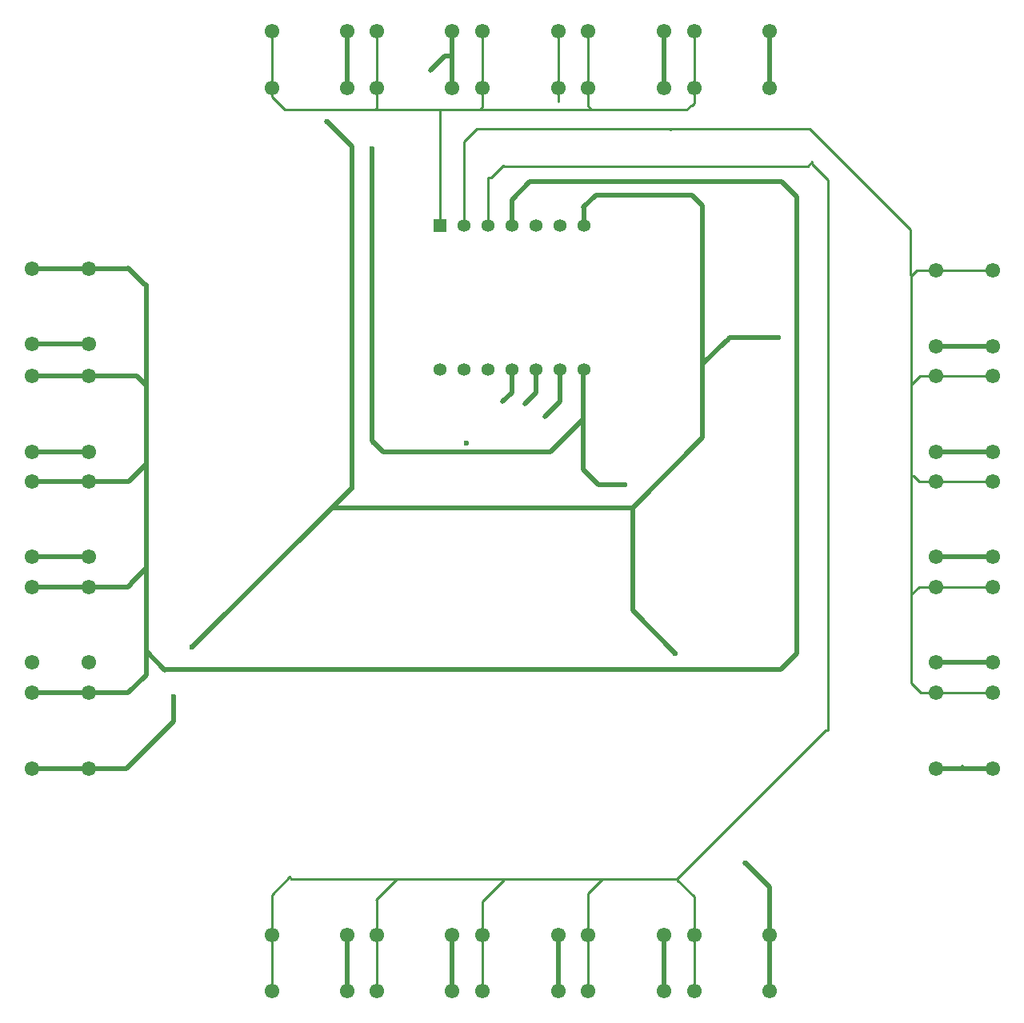
<source format=gbr>
%TF.GenerationSoftware,KiCad,Pcbnew,8.0.8*%
%TF.CreationDate,2025-05-19T18:04:48-07:00*%
%TF.ProjectId,ddi,6464692e-6b69-4636-9164-5f7063625858,rev?*%
%TF.SameCoordinates,Original*%
%TF.FileFunction,Copper,L1,Top*%
%TF.FilePolarity,Positive*%
%FSLAX46Y46*%
G04 Gerber Fmt 4.6, Leading zero omitted, Abs format (unit mm)*
G04 Created by KiCad (PCBNEW 8.0.8) date 2025-05-19 18:04:48*
%MOMM*%
%LPD*%
G01*
G04 APERTURE LIST*
%TA.AperFunction,ComponentPad*%
%ADD10C,1.549400*%
%TD*%
%TA.AperFunction,ComponentPad*%
%ADD11R,1.358000X1.358000*%
%TD*%
%TA.AperFunction,ComponentPad*%
%ADD12C,1.358000*%
%TD*%
%TA.AperFunction,ViaPad*%
%ADD13C,0.600000*%
%TD*%
%TA.AperFunction,Conductor*%
%ADD14C,0.500000*%
%TD*%
%TA.AperFunction,Conductor*%
%ADD15C,0.250000*%
%TD*%
G04 APERTURE END LIST*
D10*
%TO.P,SW17,1,a*%
%TO.N,/B1*%
X171300000Y-62699997D03*
%TO.P,SW17,2,b*%
X171300000Y-68700000D03*
%TO.P,SW17,3,c*%
%TO.N,/X5*%
X179299999Y-62699997D03*
%TO.P,SW17,4,d*%
X179299999Y-68700000D03*
%TD*%
%TO.P,SW1,1,a*%
%TO.N,/B1*%
X126600000Y-62699997D03*
%TO.P,SW1,2,b*%
X126600000Y-68700000D03*
%TO.P,SW1,3,c*%
%TO.N,/X1*%
X134599999Y-62699997D03*
%TO.P,SW1,4,d*%
X134599999Y-68700000D03*
%TD*%
%TO.P,SW11,1,a*%
%TO.N,/B2*%
X202900003Y-110300000D03*
%TO.P,SW11,2,b*%
X196900000Y-110300000D03*
%TO.P,SW11,3,c*%
%TO.N,/X3*%
X202900003Y-118299999D03*
%TO.P,SW11,4,d*%
X196900000Y-118299999D03*
%TD*%
%TO.P,SW15,1,a*%
%TO.N,/X4*%
X101199997Y-107199999D03*
%TO.P,SW15,2,b*%
X107200000Y-107199999D03*
%TO.P,SW15,3,c*%
%TO.N,/B4*%
X101199997Y-99200000D03*
%TO.P,SW15,4,d*%
X107200000Y-99200000D03*
%TD*%
%TO.P,SW8,1,a*%
%TO.N,/X2*%
X168099999Y-164300003D03*
%TO.P,SW8,2,b*%
X168099999Y-158300000D03*
%TO.P,SW8,3,c*%
%TO.N,/B3*%
X160100000Y-164300003D03*
%TO.P,SW8,4,d*%
X160100000Y-158300000D03*
%TD*%
%TO.P,SW12,1,a*%
%TO.N,/X3*%
X156899999Y-164300003D03*
%TO.P,SW12,2,b*%
X156899999Y-158300000D03*
%TO.P,SW12,3,c*%
%TO.N,/B3*%
X148900000Y-164300003D03*
%TO.P,SW12,4,d*%
X148900000Y-158300000D03*
%TD*%
%TO.P,SW14,1,a*%
%TO.N,/B2*%
X202900003Y-121500000D03*
%TO.P,SW14,2,b*%
X196900000Y-121500000D03*
%TO.P,SW14,3,c*%
%TO.N,/X4*%
X202900003Y-129499999D03*
%TO.P,SW14,4,d*%
X196900000Y-129499999D03*
%TD*%
%TO.P,SW10,1,a*%
%TO.N,/B1*%
X148900000Y-62699997D03*
%TO.P,SW10,2,b*%
X148900000Y-68700000D03*
%TO.P,SW10,3,c*%
%TO.N,/X3*%
X156899999Y-62699997D03*
%TO.P,SW10,4,d*%
X156899999Y-68700000D03*
%TD*%
%TO.P,SW6,1,a*%
%TO.N,/B2*%
X202900003Y-99200000D03*
%TO.P,SW6,2,b*%
X196900000Y-99200000D03*
%TO.P,SW6,3,c*%
%TO.N,/X2*%
X202900003Y-107199999D03*
%TO.P,SW6,4,d*%
X196900000Y-107199999D03*
%TD*%
%TO.P,SW5,1,a*%
%TO.N,/B1*%
X137700000Y-62699997D03*
%TO.P,SW5,2,b*%
X137700000Y-68700000D03*
%TO.P,SW5,3,c*%
%TO.N,/X2*%
X145699999Y-62699997D03*
%TO.P,SW5,4,d*%
X145699999Y-68700000D03*
%TD*%
%TO.P,SW2,1,a*%
%TO.N,/B2*%
X202900003Y-88000000D03*
%TO.P,SW2,2,b*%
X196900000Y-88000000D03*
%TO.P,SW2,3,c*%
%TO.N,/X1*%
X202900003Y-95999999D03*
%TO.P,SW2,4,d*%
X196900000Y-95999999D03*
%TD*%
%TO.P,SW9,1,a*%
%TO.N,/X3*%
X101199997Y-118300000D03*
%TO.P,SW9,2,b*%
X107200000Y-118300000D03*
%TO.P,SW9,3,c*%
%TO.N,/B4*%
X101199997Y-110300001D03*
%TO.P,SW9,4,d*%
X107200000Y-110300001D03*
%TD*%
%TO.P,SW16,1,a*%
%TO.N,/X4*%
X145699999Y-164300003D03*
%TO.P,SW16,2,b*%
X145699999Y-158300000D03*
%TO.P,SW16,3,c*%
%TO.N,/B3*%
X137700000Y-164300003D03*
%TO.P,SW16,4,d*%
X137700000Y-158300000D03*
%TD*%
%TO.P,SW7,1,a*%
%TO.N,/X2*%
X101199997Y-129499999D03*
%TO.P,SW7,2,b*%
X107200000Y-129499999D03*
%TO.P,SW7,3,c*%
%TO.N,/B4*%
X101199997Y-121500000D03*
%TO.P,SW7,4,d*%
X107200000Y-121500000D03*
%TD*%
%TO.P,SW13,1,a*%
%TO.N,/B1*%
X160100000Y-62699997D03*
%TO.P,SW13,2,b*%
X160100000Y-68700000D03*
%TO.P,SW13,3,c*%
%TO.N,/X4*%
X168099999Y-62699997D03*
%TO.P,SW13,4,d*%
X168099999Y-68700000D03*
%TD*%
%TO.P,SW20,1,a*%
%TO.N,/X5*%
X134599999Y-164300003D03*
%TO.P,SW20,2,b*%
X134599999Y-158300000D03*
%TO.P,SW20,3,c*%
%TO.N,/B3*%
X126600000Y-164300003D03*
%TO.P,SW20,4,d*%
X126600000Y-158300000D03*
%TD*%
%TO.P,SW18,1,a*%
%TO.N,/B2*%
X202900003Y-132700000D03*
%TO.P,SW18,2,b*%
X196900000Y-132700000D03*
%TO.P,SW18,3,c*%
%TO.N,/X5*%
X202900003Y-140699999D03*
%TO.P,SW18,4,d*%
X196900000Y-140699999D03*
%TD*%
%TO.P,SW4,1,a*%
%TO.N,/X1*%
X179299999Y-164300003D03*
%TO.P,SW4,2,b*%
X179299999Y-158300000D03*
%TO.P,SW4,3,c*%
%TO.N,/B3*%
X171300000Y-164300003D03*
%TO.P,SW4,4,d*%
X171300000Y-158300000D03*
%TD*%
%TO.P,SW19,1,a*%
%TO.N,/X5*%
X101199997Y-95799999D03*
%TO.P,SW19,2,b*%
X107200000Y-95799999D03*
%TO.P,SW19,3,c*%
%TO.N,/B4*%
X101199997Y-87800000D03*
%TO.P,SW19,4,d*%
X107200000Y-87800000D03*
%TD*%
%TO.P,SW3,1,a*%
%TO.N,/X1*%
X101199997Y-140699999D03*
%TO.P,SW3,2,b*%
X107200000Y-140699999D03*
%TO.P,SW3,3,c*%
%TO.N,/B4*%
X101199997Y-132700000D03*
%TO.P,SW3,4,d*%
X107200000Y-132700000D03*
%TD*%
D11*
%TO.P,U1,1,D0*%
%TO.N,/B1*%
X144400000Y-83200000D03*
D12*
%TO.P,U1,2,D1*%
%TO.N,/B2*%
X146940000Y-83200000D03*
%TO.P,U1,3,D2*%
%TO.N,/B3*%
X149480000Y-83200000D03*
%TO.P,U1,4,D3*%
%TO.N,/B4*%
X152020000Y-83200000D03*
%TO.P,U1,5,D4*%
%TO.N,unconnected-(U1-D4-Pad5)*%
X154560000Y-83200000D03*
%TO.P,U1,6,D5*%
%TO.N,unconnected-(U1-D5-Pad6)*%
X157100000Y-83200000D03*
%TO.P,U1,7,TX_D6*%
%TO.N,/X1*%
X159640000Y-83200000D03*
%TO.P,U1,8,RX_D7*%
%TO.N,/X2*%
X159640000Y-98440000D03*
%TO.P,U1,9,D8*%
%TO.N,/X3*%
X157100000Y-98440000D03*
%TO.P,U1,10,D9*%
%TO.N,/X4*%
X154560000Y-98440000D03*
%TO.P,U1,11,D10*%
%TO.N,/X5*%
X152020000Y-98440000D03*
%TO.P,U1,12,VCC_3V3*%
%TO.N,unconnected-(U1-VCC_3V3-Pad12)*%
X149480000Y-98440000D03*
%TO.P,U1,13,GND*%
%TO.N,unconnected-(U1-GND-Pad13)*%
X146940000Y-98440000D03*
%TO.P,U1,14,VUSB*%
%TO.N,unconnected-(U1-VUSB-Pad14)*%
X144400000Y-98440000D03*
%TD*%
D13*
%TO.N,/X4*%
X147200000Y-106300000D03*
%TO.N,/X2*%
X137400000Y-106200000D03*
X137200000Y-75100000D03*
X164000000Y-110700000D03*
%TO.N,/X1*%
X176750000Y-150750000D03*
X169300000Y-128500000D03*
X180200000Y-95100000D03*
X132450000Y-72250000D03*
X116200000Y-133100000D03*
X118200000Y-127900000D03*
%TD*%
D14*
%TO.N,/X5*%
X179299999Y-62699997D02*
X179299999Y-68700000D01*
D15*
%TO.N,/B2*%
X196900000Y-88000000D02*
X202900003Y-88000000D01*
%TO.N,/B1*%
X171300000Y-68700000D02*
X171300000Y-62699997D01*
D14*
%TO.N,/X4*%
X168099999Y-65100000D02*
X168099999Y-65800001D01*
X168099999Y-65100000D02*
X168099999Y-68700000D01*
X168099999Y-62699997D02*
X168099999Y-65100000D01*
D15*
%TO.N,/X3*%
X156899999Y-64400000D02*
X156899999Y-66000001D01*
X156899999Y-64400000D02*
X156899999Y-68700000D01*
X156899999Y-62699997D02*
X156899999Y-64400000D01*
D14*
%TO.N,/X5*%
X103100000Y-95799999D02*
X103700001Y-95799999D01*
X103100000Y-95799999D02*
X107200000Y-95799999D01*
X101199997Y-95799999D02*
X103100000Y-95799999D01*
%TO.N,/X4*%
X103300000Y-107199999D02*
X104600001Y-107199999D01*
X101199997Y-107199999D02*
X103300000Y-107199999D01*
X103300000Y-107199999D02*
X107200000Y-107199999D01*
%TO.N,/X3*%
X103700000Y-118300000D02*
X104700000Y-118300000D01*
X103700000Y-118300000D02*
X107200000Y-118300000D01*
X101199997Y-118300000D02*
X103700000Y-118300000D01*
X156899999Y-162100000D02*
X156899999Y-161299999D01*
X156899999Y-162100000D02*
X156899999Y-158300000D01*
X156899999Y-164300003D02*
X156899999Y-162100000D01*
%TO.N,/X4*%
X145699999Y-161600000D02*
X145699999Y-161399999D01*
X145699999Y-161600000D02*
X145699999Y-158300000D01*
X145699999Y-164300003D02*
X145699999Y-161600000D01*
%TO.N,/X5*%
X134599999Y-161700000D02*
X134599999Y-161399999D01*
X134599999Y-164300003D02*
X134599999Y-161700000D01*
X134599999Y-161700000D02*
X134599999Y-158300000D01*
X199700000Y-140699999D02*
X199700000Y-140600000D01*
X199700000Y-140699999D02*
X196900000Y-140699999D01*
X202900003Y-140699999D02*
X199700000Y-140699999D01*
%TO.N,/X4*%
X199700000Y-129499999D02*
X196900000Y-129499999D01*
X199700000Y-129499999D02*
X199699999Y-129499999D01*
X202900003Y-129499999D02*
X199700000Y-129499999D01*
%TO.N,/X3*%
X199700000Y-118299999D02*
X199599999Y-118299999D01*
X199700000Y-118299999D02*
X196900000Y-118299999D01*
X202900003Y-118299999D02*
X199700000Y-118299999D01*
%TO.N,/X5*%
X152000000Y-100900000D02*
X151000000Y-101900000D01*
X152020000Y-100880000D02*
X152000000Y-100900000D01*
X152020000Y-98440000D02*
X152020000Y-100880000D01*
%TO.N,/X4*%
X154560000Y-100960000D02*
X153420000Y-102100000D01*
X154560000Y-98440000D02*
X154560000Y-100960000D01*
%TO.N,/X3*%
X157100000Y-101900000D02*
X155500000Y-103500000D01*
X157100000Y-98440000D02*
X157100000Y-101900000D01*
%TO.N,/X2*%
X137400000Y-106200000D02*
X137200000Y-106000000D01*
X143450000Y-66750000D02*
X143400000Y-66800000D01*
X137200000Y-106000000D02*
X137200000Y-75100000D01*
X138400000Y-107200000D02*
X137400000Y-106200000D01*
X156100000Y-107200000D02*
X138400000Y-107200000D01*
X159600000Y-103700000D02*
X156100000Y-107200000D01*
X159600000Y-103700000D02*
X159600000Y-109100000D01*
X159600000Y-98480000D02*
X159600000Y-103700000D01*
X145699999Y-65300000D02*
X145000000Y-65300000D01*
X144900000Y-65300000D02*
X143450000Y-66750000D01*
X145699999Y-65300000D02*
X145699999Y-68700000D01*
X145699999Y-62699997D02*
X145699999Y-65300000D01*
X168099999Y-161800000D02*
X168099999Y-158300000D01*
X168099999Y-164300003D02*
X168099999Y-161800000D01*
X200100000Y-107199999D02*
X202900003Y-107199999D01*
X196900000Y-107199999D02*
X200100000Y-107199999D01*
X161200000Y-110700000D02*
X164000000Y-110700000D01*
X159600000Y-109100000D02*
X161200000Y-110700000D01*
X159640000Y-98440000D02*
X159600000Y-98480000D01*
%TO.N,/X1*%
X176750000Y-150750000D02*
X176700000Y-150700000D01*
X179299999Y-153299999D02*
X176750000Y-150750000D01*
X179299999Y-158300000D02*
X179299999Y-153299999D01*
X179299999Y-164300003D02*
X179299999Y-158300000D01*
X164800000Y-124000000D02*
X169300000Y-128500000D01*
X164800000Y-113100000D02*
X164800000Y-124000000D01*
X200900000Y-95999999D02*
X200899999Y-95999999D01*
X200900000Y-95999999D02*
X196900000Y-95999999D01*
X202900003Y-95999999D02*
X200900000Y-95999999D01*
X174800000Y-95400000D02*
X175100000Y-95100000D01*
X172200000Y-97900000D02*
X174700000Y-95400000D01*
X175100000Y-95100000D02*
X180200000Y-95100000D01*
X172200000Y-97900000D02*
X172200000Y-105700000D01*
X172200000Y-81100000D02*
X172200000Y-97900000D01*
X174700000Y-95400000D02*
X174800000Y-95400000D01*
X132450000Y-72250000D02*
X132400000Y-72200000D01*
X135100000Y-111100000D02*
X135100000Y-74900000D01*
X135100000Y-74900000D02*
X132450000Y-72250000D01*
X133000000Y-113100000D02*
X135000000Y-111100000D01*
X135000000Y-111100000D02*
X135100000Y-111100000D01*
X134599999Y-65600000D02*
X134599999Y-68700000D01*
X134599999Y-62699997D02*
X134599999Y-65600000D01*
X116200000Y-135700000D02*
X116200000Y-133100000D01*
X111200000Y-140700000D02*
X116200000Y-135700000D01*
X133000000Y-113100000D02*
X118200000Y-127900000D01*
X164800000Y-113100000D02*
X133000000Y-113100000D01*
X172200000Y-105700000D02*
X164800000Y-113100000D01*
X160900000Y-80000000D02*
X171100000Y-80000000D01*
X159600000Y-81300000D02*
X160900000Y-80000000D01*
X171100000Y-80000000D02*
X172200000Y-81100000D01*
X159640000Y-81340000D02*
X159600000Y-81300000D01*
X159640000Y-83200000D02*
X159640000Y-81340000D01*
X111199999Y-140699999D02*
X111200000Y-140700000D01*
X107200000Y-140699999D02*
X111199999Y-140699999D01*
X101199997Y-140699999D02*
X107200000Y-140699999D01*
D15*
%TO.N,/B1*%
X160500000Y-71000000D02*
X170500000Y-71000000D01*
X144400000Y-71000000D02*
X148600000Y-71000000D01*
X171000000Y-70500000D02*
X171100000Y-70500000D01*
X126600000Y-69600000D02*
X128000000Y-71000000D01*
X148900000Y-62699997D02*
X148900000Y-68700000D01*
X148600000Y-71000000D02*
X160500000Y-71000000D01*
X137500000Y-71000000D02*
X144400000Y-71000000D01*
X148900000Y-70700000D02*
X148600000Y-71000000D01*
X171100000Y-70500000D02*
X171300000Y-70300000D01*
X126600000Y-68700000D02*
X126600000Y-69600000D01*
X144400000Y-71000000D02*
X144400000Y-83200000D01*
X170500000Y-71000000D02*
X171000000Y-70500000D01*
X148900000Y-68700000D02*
X148900000Y-70700000D01*
X126600000Y-62699997D02*
X126600000Y-68700000D01*
X137700000Y-68700000D02*
X137700000Y-70800000D01*
X160100000Y-70600000D02*
X160500000Y-71000000D01*
X160100000Y-68700000D02*
X160100000Y-70600000D01*
X137700000Y-70800000D02*
X137500000Y-71000000D01*
X171300000Y-70300000D02*
X171300000Y-68700000D01*
X137700000Y-62699997D02*
X137700000Y-68700000D01*
X128000000Y-71000000D02*
X137500000Y-71000000D01*
X160100000Y-62699997D02*
X160100000Y-68700000D01*
%TO.N,/B2*%
X202900003Y-110300000D02*
X196900000Y-110300000D01*
X196900000Y-99200000D02*
X195200000Y-99200000D01*
X196900000Y-88000000D02*
X194900000Y-88000000D01*
X202900003Y-121500000D02*
X196900000Y-121500000D01*
X194300000Y-109700000D02*
X194300000Y-116300000D01*
X194300000Y-100100000D02*
X194300000Y-109700000D01*
X148280000Y-73000000D02*
X168700000Y-73000000D01*
X194900000Y-88000000D02*
X194300000Y-88600000D01*
X202900003Y-132700000D02*
X196900000Y-132700000D01*
X183500000Y-73000000D02*
X194200000Y-83700000D01*
X168700000Y-73000000D02*
X168800000Y-73100000D01*
X194200000Y-83700000D02*
X194200000Y-88500000D01*
X194300000Y-116300000D02*
X194300000Y-122200000D01*
X196900000Y-121500000D02*
X195100000Y-121500000D01*
X194300000Y-88600000D02*
X194300000Y-100100000D01*
X202900003Y-99200000D02*
X196900000Y-99200000D01*
X195300000Y-132700000D02*
X194300000Y-131700000D01*
X194200000Y-88500000D02*
X194300000Y-88600000D01*
X195100000Y-110300000D02*
X194500000Y-109700000D01*
X146940000Y-83200000D02*
X146940000Y-74340000D01*
X194400000Y-122200000D02*
X194300000Y-122200000D01*
X195100000Y-121500000D02*
X194400000Y-122200000D01*
X194300000Y-122200000D02*
X194300000Y-131700000D01*
X195200000Y-99200000D02*
X194300000Y-100100000D01*
X196900000Y-110300000D02*
X195100000Y-110300000D01*
X196900000Y-132700000D02*
X195300000Y-132700000D01*
X168900000Y-73000000D02*
X183500000Y-73000000D01*
X194500000Y-109700000D02*
X194300000Y-109700000D01*
X146940000Y-74340000D02*
X148280000Y-73000000D01*
X168800000Y-73100000D02*
X168900000Y-73000000D01*
D14*
%TO.N,/B4*%
X107200000Y-121500000D02*
X111400000Y-121500000D01*
X107200000Y-87800000D02*
X111300000Y-87800000D01*
X152000000Y-80500000D02*
X153900000Y-78600000D01*
X152020000Y-80520000D02*
X152000000Y-80500000D01*
X112300000Y-99200000D02*
X113300000Y-100200000D01*
X180500000Y-130200000D02*
X115400000Y-130200000D01*
X107200000Y-99200000D02*
X112300000Y-99200000D01*
X111400000Y-87700000D02*
X113200000Y-89500000D01*
X113200000Y-89500000D02*
X113300000Y-89500000D01*
X113300000Y-128300000D02*
X113300000Y-130800000D01*
X113300000Y-89500000D02*
X113300000Y-100200000D01*
X101199997Y-99200000D02*
X107200000Y-99200000D01*
X113300000Y-100200000D02*
X113300000Y-108500000D01*
X153900000Y-78600000D02*
X180600000Y-78600000D01*
X111700000Y-121100000D02*
X113300000Y-119500000D01*
X101199997Y-132700000D02*
X107200000Y-132700000D01*
X111400000Y-121500000D02*
X111700000Y-121200000D01*
X111300000Y-87800000D02*
X111400000Y-87700000D01*
X182200000Y-128500000D02*
X180500000Y-130200000D01*
X113300000Y-130800000D02*
X111400000Y-132700000D01*
X111700000Y-121200000D02*
X111700000Y-121100000D01*
X101199997Y-87800000D02*
X107200000Y-87800000D01*
X115400000Y-130200000D02*
X115300000Y-130300000D01*
X111400000Y-132700000D02*
X107200000Y-132700000D01*
X180600000Y-78600000D02*
X182200000Y-80200000D01*
X113300000Y-108500000D02*
X113300000Y-119500000D01*
X111499999Y-110300001D02*
X113300000Y-108500000D01*
X113300000Y-119500000D02*
X113300000Y-128300000D01*
X115300000Y-130300000D02*
X113300000Y-128300000D01*
X101199997Y-110300001D02*
X107200000Y-110300001D01*
X107200000Y-110300001D02*
X111499999Y-110300001D01*
X101199997Y-121500000D02*
X107200000Y-121500000D01*
X182200000Y-80200000D02*
X182200000Y-128500000D01*
X152020000Y-83200000D02*
X152020000Y-80520000D01*
D15*
%TO.N,/B3*%
X126600000Y-164300003D02*
X126600000Y-158300000D01*
X183800000Y-76700000D02*
X183800000Y-76500000D01*
X151200000Y-152400000D02*
X139800000Y-152400000D01*
X171300000Y-158300000D02*
X171300000Y-154300000D01*
X149800000Y-78200000D02*
X149500000Y-78200000D01*
X160100000Y-164300003D02*
X160100000Y-158300000D01*
X160100000Y-153900000D02*
X161600000Y-152400000D01*
X137700000Y-164300003D02*
X137700000Y-158300000D01*
X149480000Y-78520000D02*
X149480000Y-83200000D01*
X183322399Y-76977601D02*
X151177601Y-76977601D01*
X169500000Y-152500000D02*
X169500000Y-152400000D01*
X169500000Y-152400000D02*
X161600000Y-152400000D01*
X151200000Y-152500000D02*
X151200000Y-152400000D01*
X148900000Y-164300003D02*
X148900000Y-158300000D01*
X128500000Y-152200000D02*
X126600000Y-154100000D01*
X169500000Y-152400000D02*
X185200000Y-136700000D01*
X148900000Y-154800000D02*
X151200000Y-152500000D01*
X137700000Y-154700000D02*
X137600000Y-154600000D01*
X137600000Y-154600000D02*
X139800000Y-152400000D01*
X126600000Y-154100000D02*
X126600000Y-158300000D01*
X185500000Y-78400000D02*
X183800000Y-76700000D01*
X128700000Y-152400000D02*
X128500000Y-152200000D01*
X185500000Y-136700000D02*
X185500000Y-78400000D01*
X161600000Y-152400000D02*
X151200000Y-152400000D01*
X139800000Y-152400000D02*
X128700000Y-152400000D01*
X185200000Y-136700000D02*
X185500000Y-136700000D01*
X171300000Y-154300000D02*
X169500000Y-152500000D01*
X183800000Y-76500000D02*
X183322399Y-76977601D01*
X151100000Y-76900000D02*
X149800000Y-78200000D01*
X148900000Y-158300000D02*
X148900000Y-154800000D01*
X149500000Y-78200000D02*
X149500000Y-78500000D01*
X171300000Y-164300003D02*
X171300000Y-158300000D01*
X160100000Y-158300000D02*
X160100000Y-153900000D01*
X151177601Y-76977601D02*
X151100000Y-76900000D01*
X149500000Y-78500000D02*
X149480000Y-78520000D01*
X137700000Y-158300000D02*
X137700000Y-154700000D01*
%TO.N,/X3*%
X156899999Y-68700000D02*
X156899999Y-70150001D01*
%TD*%
M02*

</source>
